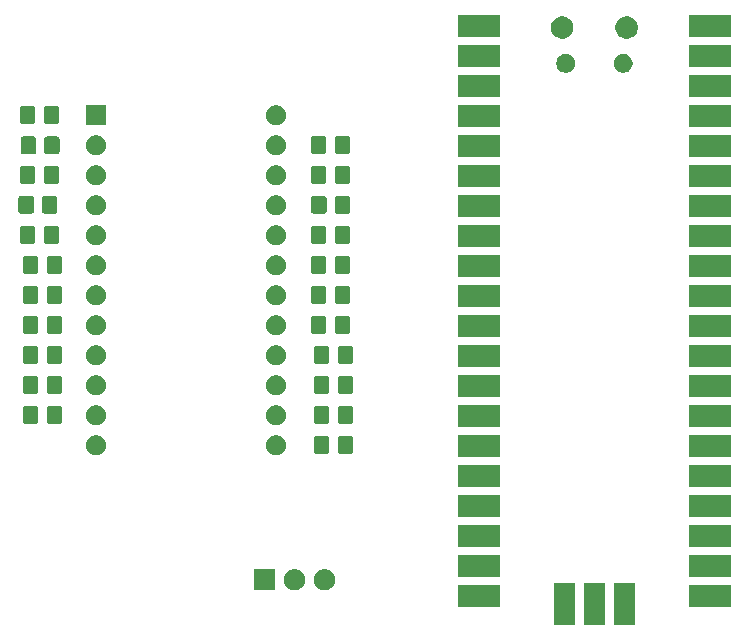
<source format=gbr>
G04 #@! TF.GenerationSoftware,KiCad,Pcbnew,5.1.5+dfsg1-2build2*
G04 #@! TF.CreationDate,2023-01-08T20:57:23+00:00*
G04 #@! TF.ProjectId,rom-reader,726f6d2d-7265-4616-9465-722e6b696361,rev?*
G04 #@! TF.SameCoordinates,Original*
G04 #@! TF.FileFunction,Soldermask,Top*
G04 #@! TF.FilePolarity,Negative*
%FSLAX46Y46*%
G04 Gerber Fmt 4.6, Leading zero omitted, Abs format (unit mm)*
G04 Created by KiCad (PCBNEW 5.1.5+dfsg1-2build2) date 2023-01-08 20:57:23*
%MOMM*%
%LPD*%
G04 APERTURE LIST*
%ADD10C,0.100000*%
G04 APERTURE END LIST*
D10*
G36*
X55511000Y-38386600D02*
G01*
X53709000Y-38386600D01*
X53709000Y-34784600D01*
X55511000Y-34784600D01*
X55511000Y-38386600D01*
G37*
G36*
X58051000Y-38386600D02*
G01*
X56249000Y-38386600D01*
X56249000Y-34784600D01*
X58051000Y-34784600D01*
X58051000Y-38386600D01*
G37*
G36*
X60591000Y-38386600D02*
G01*
X58789000Y-38386600D01*
X58789000Y-34784600D01*
X60591000Y-34784600D01*
X60591000Y-38386600D01*
G37*
G36*
X49161000Y-36816600D02*
G01*
X45559000Y-36816600D01*
X45559000Y-35014600D01*
X49161000Y-35014600D01*
X49161000Y-36816600D01*
G37*
G36*
X68741000Y-36816600D02*
G01*
X65139000Y-36816600D01*
X65139000Y-35014600D01*
X68741000Y-35014600D01*
X68741000Y-36816600D01*
G37*
G36*
X30111000Y-35445000D02*
G01*
X28309000Y-35445000D01*
X28309000Y-33643000D01*
X30111000Y-33643000D01*
X30111000Y-35445000D01*
G37*
G36*
X31863512Y-33647927D02*
G01*
X32012812Y-33677624D01*
X32176784Y-33745544D01*
X32324354Y-33844147D01*
X32449853Y-33969646D01*
X32548456Y-34117216D01*
X32616376Y-34281188D01*
X32651000Y-34455259D01*
X32651000Y-34632741D01*
X32616376Y-34806812D01*
X32548456Y-34970784D01*
X32449853Y-35118354D01*
X32324354Y-35243853D01*
X32176784Y-35342456D01*
X32012812Y-35410376D01*
X31863512Y-35440073D01*
X31838742Y-35445000D01*
X31661258Y-35445000D01*
X31636488Y-35440073D01*
X31487188Y-35410376D01*
X31323216Y-35342456D01*
X31175646Y-35243853D01*
X31050147Y-35118354D01*
X30951544Y-34970784D01*
X30883624Y-34806812D01*
X30849000Y-34632741D01*
X30849000Y-34455259D01*
X30883624Y-34281188D01*
X30951544Y-34117216D01*
X31050147Y-33969646D01*
X31175646Y-33844147D01*
X31323216Y-33745544D01*
X31487188Y-33677624D01*
X31636488Y-33647927D01*
X31661258Y-33643000D01*
X31838742Y-33643000D01*
X31863512Y-33647927D01*
G37*
G36*
X34403512Y-33647927D02*
G01*
X34552812Y-33677624D01*
X34716784Y-33745544D01*
X34864354Y-33844147D01*
X34989853Y-33969646D01*
X35088456Y-34117216D01*
X35156376Y-34281188D01*
X35191000Y-34455259D01*
X35191000Y-34632741D01*
X35156376Y-34806812D01*
X35088456Y-34970784D01*
X34989853Y-35118354D01*
X34864354Y-35243853D01*
X34716784Y-35342456D01*
X34552812Y-35410376D01*
X34403512Y-35440073D01*
X34378742Y-35445000D01*
X34201258Y-35445000D01*
X34176488Y-35440073D01*
X34027188Y-35410376D01*
X33863216Y-35342456D01*
X33715646Y-35243853D01*
X33590147Y-35118354D01*
X33491544Y-34970784D01*
X33423624Y-34806812D01*
X33389000Y-34632741D01*
X33389000Y-34455259D01*
X33423624Y-34281188D01*
X33491544Y-34117216D01*
X33590147Y-33969646D01*
X33715646Y-33844147D01*
X33863216Y-33745544D01*
X34027188Y-33677624D01*
X34176488Y-33647927D01*
X34201258Y-33643000D01*
X34378742Y-33643000D01*
X34403512Y-33647927D01*
G37*
G36*
X49161000Y-34276600D02*
G01*
X45559000Y-34276600D01*
X45559000Y-32474600D01*
X49161000Y-32474600D01*
X49161000Y-34276600D01*
G37*
G36*
X68741000Y-34276600D02*
G01*
X65139000Y-34276600D01*
X65139000Y-32474600D01*
X68741000Y-32474600D01*
X68741000Y-34276600D01*
G37*
G36*
X49161000Y-31736600D02*
G01*
X45559000Y-31736600D01*
X45559000Y-29934600D01*
X49161000Y-29934600D01*
X49161000Y-31736600D01*
G37*
G36*
X68741000Y-31736600D02*
G01*
X65139000Y-31736600D01*
X65139000Y-29934600D01*
X68741000Y-29934600D01*
X68741000Y-31736600D01*
G37*
G36*
X49161000Y-29196600D02*
G01*
X45559000Y-29196600D01*
X45559000Y-27394600D01*
X49161000Y-27394600D01*
X49161000Y-29196600D01*
G37*
G36*
X68741000Y-29196600D02*
G01*
X65139000Y-29196600D01*
X65139000Y-27394600D01*
X68741000Y-27394600D01*
X68741000Y-29196600D01*
G37*
G36*
X68741000Y-26656600D02*
G01*
X65139000Y-26656600D01*
X65139000Y-24854600D01*
X68741000Y-24854600D01*
X68741000Y-26656600D01*
G37*
G36*
X49161000Y-26656600D02*
G01*
X45559000Y-26656600D01*
X45559000Y-24854600D01*
X49161000Y-24854600D01*
X49161000Y-26656600D01*
G37*
G36*
X68741000Y-24116600D02*
G01*
X65139000Y-24116600D01*
X65139000Y-22314600D01*
X68741000Y-22314600D01*
X68741000Y-24116600D01*
G37*
G36*
X49161000Y-24116600D02*
G01*
X45559000Y-24116600D01*
X45559000Y-22314600D01*
X49161000Y-22314600D01*
X49161000Y-24116600D01*
G37*
G36*
X15191629Y-22346704D02*
G01*
X15346501Y-22410854D01*
X15485882Y-22503986D01*
X15604416Y-22622520D01*
X15697548Y-22761901D01*
X15761698Y-22916773D01*
X15794401Y-23081185D01*
X15794401Y-23248817D01*
X15761698Y-23413229D01*
X15697548Y-23568101D01*
X15604416Y-23707482D01*
X15485882Y-23826016D01*
X15346501Y-23919148D01*
X15191629Y-23983298D01*
X15027217Y-24016001D01*
X14859585Y-24016001D01*
X14695173Y-23983298D01*
X14540301Y-23919148D01*
X14400920Y-23826016D01*
X14282386Y-23707482D01*
X14189254Y-23568101D01*
X14125104Y-23413229D01*
X14092401Y-23248817D01*
X14092401Y-23081185D01*
X14125104Y-22916773D01*
X14189254Y-22761901D01*
X14282386Y-22622520D01*
X14400920Y-22503986D01*
X14540301Y-22410854D01*
X14695173Y-22346704D01*
X14859585Y-22314001D01*
X15027217Y-22314001D01*
X15191629Y-22346704D01*
G37*
G36*
X30431629Y-22346704D02*
G01*
X30586501Y-22410854D01*
X30725882Y-22503986D01*
X30844416Y-22622520D01*
X30937548Y-22761901D01*
X31001698Y-22916773D01*
X31034401Y-23081185D01*
X31034401Y-23248817D01*
X31001698Y-23413229D01*
X30937548Y-23568101D01*
X30844416Y-23707482D01*
X30725882Y-23826016D01*
X30586501Y-23919148D01*
X30431629Y-23983298D01*
X30267217Y-24016001D01*
X30099585Y-24016001D01*
X29935173Y-23983298D01*
X29780301Y-23919148D01*
X29640920Y-23826016D01*
X29522386Y-23707482D01*
X29429254Y-23568101D01*
X29365104Y-23413229D01*
X29332401Y-23248817D01*
X29332401Y-23081185D01*
X29365104Y-22916773D01*
X29429254Y-22761901D01*
X29522386Y-22622520D01*
X29640920Y-22503986D01*
X29780301Y-22410854D01*
X29935173Y-22346704D01*
X30099585Y-22314001D01*
X30267217Y-22314001D01*
X30431629Y-22346704D01*
G37*
G36*
X34543242Y-22367404D02*
G01*
X34580337Y-22378657D01*
X34614515Y-22396925D01*
X34644481Y-22421519D01*
X34669075Y-22451485D01*
X34687343Y-22485663D01*
X34698596Y-22522758D01*
X34703000Y-22567474D01*
X34703000Y-23660526D01*
X34698596Y-23705242D01*
X34687343Y-23742337D01*
X34669075Y-23776515D01*
X34644481Y-23806481D01*
X34614515Y-23831075D01*
X34580337Y-23849343D01*
X34543242Y-23860596D01*
X34498526Y-23865000D01*
X33605474Y-23865000D01*
X33560758Y-23860596D01*
X33523663Y-23849343D01*
X33489485Y-23831075D01*
X33459519Y-23806481D01*
X33434925Y-23776515D01*
X33416657Y-23742337D01*
X33405404Y-23705242D01*
X33401000Y-23660526D01*
X33401000Y-22567474D01*
X33405404Y-22522758D01*
X33416657Y-22485663D01*
X33434925Y-22451485D01*
X33459519Y-22421519D01*
X33489485Y-22396925D01*
X33523663Y-22378657D01*
X33560758Y-22367404D01*
X33605474Y-22363000D01*
X34498526Y-22363000D01*
X34543242Y-22367404D01*
G37*
G36*
X36543242Y-22367404D02*
G01*
X36580337Y-22378657D01*
X36614515Y-22396925D01*
X36644481Y-22421519D01*
X36669075Y-22451485D01*
X36687343Y-22485663D01*
X36698596Y-22522758D01*
X36703000Y-22567474D01*
X36703000Y-23660526D01*
X36698596Y-23705242D01*
X36687343Y-23742337D01*
X36669075Y-23776515D01*
X36644481Y-23806481D01*
X36614515Y-23831075D01*
X36580337Y-23849343D01*
X36543242Y-23860596D01*
X36498526Y-23865000D01*
X35605474Y-23865000D01*
X35560758Y-23860596D01*
X35523663Y-23849343D01*
X35489485Y-23831075D01*
X35459519Y-23806481D01*
X35434925Y-23776515D01*
X35416657Y-23742337D01*
X35405404Y-23705242D01*
X35401000Y-23660526D01*
X35401000Y-22567474D01*
X35405404Y-22522758D01*
X35416657Y-22485663D01*
X35434925Y-22451485D01*
X35459519Y-22421519D01*
X35489485Y-22396925D01*
X35523663Y-22378657D01*
X35560758Y-22367404D01*
X35605474Y-22363000D01*
X36498526Y-22363000D01*
X36543242Y-22367404D01*
G37*
G36*
X49161000Y-21576600D02*
G01*
X45559000Y-21576600D01*
X45559000Y-19774600D01*
X49161000Y-19774600D01*
X49161000Y-21576600D01*
G37*
G36*
X68741000Y-21576600D02*
G01*
X65139000Y-21576600D01*
X65139000Y-19774600D01*
X68741000Y-19774600D01*
X68741000Y-21576600D01*
G37*
G36*
X15191629Y-19806704D02*
G01*
X15346501Y-19870854D01*
X15485882Y-19963986D01*
X15604416Y-20082520D01*
X15697548Y-20221901D01*
X15761698Y-20376773D01*
X15794401Y-20541185D01*
X15794401Y-20708817D01*
X15761698Y-20873229D01*
X15697548Y-21028101D01*
X15604416Y-21167482D01*
X15485882Y-21286016D01*
X15346501Y-21379148D01*
X15191629Y-21443298D01*
X15027217Y-21476001D01*
X14859585Y-21476001D01*
X14695173Y-21443298D01*
X14540301Y-21379148D01*
X14400920Y-21286016D01*
X14282386Y-21167482D01*
X14189254Y-21028101D01*
X14125104Y-20873229D01*
X14092401Y-20708817D01*
X14092401Y-20541185D01*
X14125104Y-20376773D01*
X14189254Y-20221901D01*
X14282386Y-20082520D01*
X14400920Y-19963986D01*
X14540301Y-19870854D01*
X14695173Y-19806704D01*
X14859585Y-19774001D01*
X15027217Y-19774001D01*
X15191629Y-19806704D01*
G37*
G36*
X30431629Y-19806704D02*
G01*
X30586501Y-19870854D01*
X30725882Y-19963986D01*
X30844416Y-20082520D01*
X30937548Y-20221901D01*
X31001698Y-20376773D01*
X31034401Y-20541185D01*
X31034401Y-20708817D01*
X31001698Y-20873229D01*
X30937548Y-21028101D01*
X30844416Y-21167482D01*
X30725882Y-21286016D01*
X30586501Y-21379148D01*
X30431629Y-21443298D01*
X30267217Y-21476001D01*
X30099585Y-21476001D01*
X29935173Y-21443298D01*
X29780301Y-21379148D01*
X29640920Y-21286016D01*
X29522386Y-21167482D01*
X29429254Y-21028101D01*
X29365104Y-20873229D01*
X29332401Y-20708817D01*
X29332401Y-20541185D01*
X29365104Y-20376773D01*
X29429254Y-20221901D01*
X29522386Y-20082520D01*
X29640920Y-19963986D01*
X29780301Y-19870854D01*
X29935173Y-19806704D01*
X30099585Y-19774001D01*
X30267217Y-19774001D01*
X30431629Y-19806704D01*
G37*
G36*
X34543242Y-19827404D02*
G01*
X34580337Y-19838657D01*
X34614515Y-19856925D01*
X34644481Y-19881519D01*
X34669075Y-19911485D01*
X34687343Y-19945663D01*
X34698596Y-19982758D01*
X34703000Y-20027474D01*
X34703000Y-21120526D01*
X34698596Y-21165242D01*
X34687343Y-21202337D01*
X34669075Y-21236515D01*
X34644481Y-21266481D01*
X34614515Y-21291075D01*
X34580337Y-21309343D01*
X34543242Y-21320596D01*
X34498526Y-21325000D01*
X33605474Y-21325000D01*
X33560758Y-21320596D01*
X33523663Y-21309343D01*
X33489485Y-21291075D01*
X33459519Y-21266481D01*
X33434925Y-21236515D01*
X33416657Y-21202337D01*
X33405404Y-21165242D01*
X33401000Y-21120526D01*
X33401000Y-20027474D01*
X33405404Y-19982758D01*
X33416657Y-19945663D01*
X33434925Y-19911485D01*
X33459519Y-19881519D01*
X33489485Y-19856925D01*
X33523663Y-19838657D01*
X33560758Y-19827404D01*
X33605474Y-19823000D01*
X34498526Y-19823000D01*
X34543242Y-19827404D01*
G37*
G36*
X9905242Y-19827404D02*
G01*
X9942337Y-19838657D01*
X9976515Y-19856925D01*
X10006481Y-19881519D01*
X10031075Y-19911485D01*
X10049343Y-19945663D01*
X10060596Y-19982758D01*
X10065000Y-20027474D01*
X10065000Y-21120526D01*
X10060596Y-21165242D01*
X10049343Y-21202337D01*
X10031075Y-21236515D01*
X10006481Y-21266481D01*
X9976515Y-21291075D01*
X9942337Y-21309343D01*
X9905242Y-21320596D01*
X9860526Y-21325000D01*
X8967474Y-21325000D01*
X8922758Y-21320596D01*
X8885663Y-21309343D01*
X8851485Y-21291075D01*
X8821519Y-21266481D01*
X8796925Y-21236515D01*
X8778657Y-21202337D01*
X8767404Y-21165242D01*
X8763000Y-21120526D01*
X8763000Y-20027474D01*
X8767404Y-19982758D01*
X8778657Y-19945663D01*
X8796925Y-19911485D01*
X8821519Y-19881519D01*
X8851485Y-19856925D01*
X8885663Y-19838657D01*
X8922758Y-19827404D01*
X8967474Y-19823000D01*
X9860526Y-19823000D01*
X9905242Y-19827404D01*
G37*
G36*
X36543242Y-19827404D02*
G01*
X36580337Y-19838657D01*
X36614515Y-19856925D01*
X36644481Y-19881519D01*
X36669075Y-19911485D01*
X36687343Y-19945663D01*
X36698596Y-19982758D01*
X36703000Y-20027474D01*
X36703000Y-21120526D01*
X36698596Y-21165242D01*
X36687343Y-21202337D01*
X36669075Y-21236515D01*
X36644481Y-21266481D01*
X36614515Y-21291075D01*
X36580337Y-21309343D01*
X36543242Y-21320596D01*
X36498526Y-21325000D01*
X35605474Y-21325000D01*
X35560758Y-21320596D01*
X35523663Y-21309343D01*
X35489485Y-21291075D01*
X35459519Y-21266481D01*
X35434925Y-21236515D01*
X35416657Y-21202337D01*
X35405404Y-21165242D01*
X35401000Y-21120526D01*
X35401000Y-20027474D01*
X35405404Y-19982758D01*
X35416657Y-19945663D01*
X35434925Y-19911485D01*
X35459519Y-19881519D01*
X35489485Y-19856925D01*
X35523663Y-19838657D01*
X35560758Y-19827404D01*
X35605474Y-19823000D01*
X36498526Y-19823000D01*
X36543242Y-19827404D01*
G37*
G36*
X11905242Y-19827404D02*
G01*
X11942337Y-19838657D01*
X11976515Y-19856925D01*
X12006481Y-19881519D01*
X12031075Y-19911485D01*
X12049343Y-19945663D01*
X12060596Y-19982758D01*
X12065000Y-20027474D01*
X12065000Y-21120526D01*
X12060596Y-21165242D01*
X12049343Y-21202337D01*
X12031075Y-21236515D01*
X12006481Y-21266481D01*
X11976515Y-21291075D01*
X11942337Y-21309343D01*
X11905242Y-21320596D01*
X11860526Y-21325000D01*
X10967474Y-21325000D01*
X10922758Y-21320596D01*
X10885663Y-21309343D01*
X10851485Y-21291075D01*
X10821519Y-21266481D01*
X10796925Y-21236515D01*
X10778657Y-21202337D01*
X10767404Y-21165242D01*
X10763000Y-21120526D01*
X10763000Y-20027474D01*
X10767404Y-19982758D01*
X10778657Y-19945663D01*
X10796925Y-19911485D01*
X10821519Y-19881519D01*
X10851485Y-19856925D01*
X10885663Y-19838657D01*
X10922758Y-19827404D01*
X10967474Y-19823000D01*
X11860526Y-19823000D01*
X11905242Y-19827404D01*
G37*
G36*
X68741000Y-19036600D02*
G01*
X65139000Y-19036600D01*
X65139000Y-17234600D01*
X68741000Y-17234600D01*
X68741000Y-19036600D01*
G37*
G36*
X49161000Y-19036600D02*
G01*
X45559000Y-19036600D01*
X45559000Y-17234600D01*
X49161000Y-17234600D01*
X49161000Y-19036600D01*
G37*
G36*
X30431629Y-17266704D02*
G01*
X30586501Y-17330854D01*
X30725882Y-17423986D01*
X30844416Y-17542520D01*
X30937548Y-17681901D01*
X31001698Y-17836773D01*
X31034401Y-18001185D01*
X31034401Y-18168817D01*
X31001698Y-18333229D01*
X30937548Y-18488101D01*
X30844416Y-18627482D01*
X30725882Y-18746016D01*
X30586501Y-18839148D01*
X30431629Y-18903298D01*
X30267217Y-18936001D01*
X30099585Y-18936001D01*
X29935173Y-18903298D01*
X29780301Y-18839148D01*
X29640920Y-18746016D01*
X29522386Y-18627482D01*
X29429254Y-18488101D01*
X29365104Y-18333229D01*
X29332401Y-18168817D01*
X29332401Y-18001185D01*
X29365104Y-17836773D01*
X29429254Y-17681901D01*
X29522386Y-17542520D01*
X29640920Y-17423986D01*
X29780301Y-17330854D01*
X29935173Y-17266704D01*
X30099585Y-17234001D01*
X30267217Y-17234001D01*
X30431629Y-17266704D01*
G37*
G36*
X15191629Y-17266704D02*
G01*
X15346501Y-17330854D01*
X15485882Y-17423986D01*
X15604416Y-17542520D01*
X15697548Y-17681901D01*
X15761698Y-17836773D01*
X15794401Y-18001185D01*
X15794401Y-18168817D01*
X15761698Y-18333229D01*
X15697548Y-18488101D01*
X15604416Y-18627482D01*
X15485882Y-18746016D01*
X15346501Y-18839148D01*
X15191629Y-18903298D01*
X15027217Y-18936001D01*
X14859585Y-18936001D01*
X14695173Y-18903298D01*
X14540301Y-18839148D01*
X14400920Y-18746016D01*
X14282386Y-18627482D01*
X14189254Y-18488101D01*
X14125104Y-18333229D01*
X14092401Y-18168817D01*
X14092401Y-18001185D01*
X14125104Y-17836773D01*
X14189254Y-17681901D01*
X14282386Y-17542520D01*
X14400920Y-17423986D01*
X14540301Y-17330854D01*
X14695173Y-17266704D01*
X14859585Y-17234001D01*
X15027217Y-17234001D01*
X15191629Y-17266704D01*
G37*
G36*
X36543242Y-17287404D02*
G01*
X36580337Y-17298657D01*
X36614515Y-17316925D01*
X36644481Y-17341519D01*
X36669075Y-17371485D01*
X36687343Y-17405663D01*
X36698596Y-17442758D01*
X36703000Y-17487474D01*
X36703000Y-18580526D01*
X36698596Y-18625242D01*
X36687343Y-18662337D01*
X36669075Y-18696515D01*
X36644481Y-18726481D01*
X36614515Y-18751075D01*
X36580337Y-18769343D01*
X36543242Y-18780596D01*
X36498526Y-18785000D01*
X35605474Y-18785000D01*
X35560758Y-18780596D01*
X35523663Y-18769343D01*
X35489485Y-18751075D01*
X35459519Y-18726481D01*
X35434925Y-18696515D01*
X35416657Y-18662337D01*
X35405404Y-18625242D01*
X35401000Y-18580526D01*
X35401000Y-17487474D01*
X35405404Y-17442758D01*
X35416657Y-17405663D01*
X35434925Y-17371485D01*
X35459519Y-17341519D01*
X35489485Y-17316925D01*
X35523663Y-17298657D01*
X35560758Y-17287404D01*
X35605474Y-17283000D01*
X36498526Y-17283000D01*
X36543242Y-17287404D01*
G37*
G36*
X34543242Y-17287404D02*
G01*
X34580337Y-17298657D01*
X34614515Y-17316925D01*
X34644481Y-17341519D01*
X34669075Y-17371485D01*
X34687343Y-17405663D01*
X34698596Y-17442758D01*
X34703000Y-17487474D01*
X34703000Y-18580526D01*
X34698596Y-18625242D01*
X34687343Y-18662337D01*
X34669075Y-18696515D01*
X34644481Y-18726481D01*
X34614515Y-18751075D01*
X34580337Y-18769343D01*
X34543242Y-18780596D01*
X34498526Y-18785000D01*
X33605474Y-18785000D01*
X33560758Y-18780596D01*
X33523663Y-18769343D01*
X33489485Y-18751075D01*
X33459519Y-18726481D01*
X33434925Y-18696515D01*
X33416657Y-18662337D01*
X33405404Y-18625242D01*
X33401000Y-18580526D01*
X33401000Y-17487474D01*
X33405404Y-17442758D01*
X33416657Y-17405663D01*
X33434925Y-17371485D01*
X33459519Y-17341519D01*
X33489485Y-17316925D01*
X33523663Y-17298657D01*
X33560758Y-17287404D01*
X33605474Y-17283000D01*
X34498526Y-17283000D01*
X34543242Y-17287404D01*
G37*
G36*
X11905242Y-17287404D02*
G01*
X11942337Y-17298657D01*
X11976515Y-17316925D01*
X12006481Y-17341519D01*
X12031075Y-17371485D01*
X12049343Y-17405663D01*
X12060596Y-17442758D01*
X12065000Y-17487474D01*
X12065000Y-18580526D01*
X12060596Y-18625242D01*
X12049343Y-18662337D01*
X12031075Y-18696515D01*
X12006481Y-18726481D01*
X11976515Y-18751075D01*
X11942337Y-18769343D01*
X11905242Y-18780596D01*
X11860526Y-18785000D01*
X10967474Y-18785000D01*
X10922758Y-18780596D01*
X10885663Y-18769343D01*
X10851485Y-18751075D01*
X10821519Y-18726481D01*
X10796925Y-18696515D01*
X10778657Y-18662337D01*
X10767404Y-18625242D01*
X10763000Y-18580526D01*
X10763000Y-17487474D01*
X10767404Y-17442758D01*
X10778657Y-17405663D01*
X10796925Y-17371485D01*
X10821519Y-17341519D01*
X10851485Y-17316925D01*
X10885663Y-17298657D01*
X10922758Y-17287404D01*
X10967474Y-17283000D01*
X11860526Y-17283000D01*
X11905242Y-17287404D01*
G37*
G36*
X9905242Y-17287404D02*
G01*
X9942337Y-17298657D01*
X9976515Y-17316925D01*
X10006481Y-17341519D01*
X10031075Y-17371485D01*
X10049343Y-17405663D01*
X10060596Y-17442758D01*
X10065000Y-17487474D01*
X10065000Y-18580526D01*
X10060596Y-18625242D01*
X10049343Y-18662337D01*
X10031075Y-18696515D01*
X10006481Y-18726481D01*
X9976515Y-18751075D01*
X9942337Y-18769343D01*
X9905242Y-18780596D01*
X9860526Y-18785000D01*
X8967474Y-18785000D01*
X8922758Y-18780596D01*
X8885663Y-18769343D01*
X8851485Y-18751075D01*
X8821519Y-18726481D01*
X8796925Y-18696515D01*
X8778657Y-18662337D01*
X8767404Y-18625242D01*
X8763000Y-18580526D01*
X8763000Y-17487474D01*
X8767404Y-17442758D01*
X8778657Y-17405663D01*
X8796925Y-17371485D01*
X8821519Y-17341519D01*
X8851485Y-17316925D01*
X8885663Y-17298657D01*
X8922758Y-17287404D01*
X8967474Y-17283000D01*
X9860526Y-17283000D01*
X9905242Y-17287404D01*
G37*
G36*
X68741000Y-16496600D02*
G01*
X65139000Y-16496600D01*
X65139000Y-14694600D01*
X68741000Y-14694600D01*
X68741000Y-16496600D01*
G37*
G36*
X49161000Y-16496600D02*
G01*
X45559000Y-16496600D01*
X45559000Y-14694600D01*
X49161000Y-14694600D01*
X49161000Y-16496600D01*
G37*
G36*
X15191629Y-14726704D02*
G01*
X15346501Y-14790854D01*
X15485882Y-14883986D01*
X15604416Y-15002520D01*
X15697548Y-15141901D01*
X15761698Y-15296773D01*
X15794401Y-15461185D01*
X15794401Y-15628817D01*
X15761698Y-15793229D01*
X15697548Y-15948101D01*
X15604416Y-16087482D01*
X15485882Y-16206016D01*
X15346501Y-16299148D01*
X15191629Y-16363298D01*
X15027217Y-16396001D01*
X14859585Y-16396001D01*
X14695173Y-16363298D01*
X14540301Y-16299148D01*
X14400920Y-16206016D01*
X14282386Y-16087482D01*
X14189254Y-15948101D01*
X14125104Y-15793229D01*
X14092401Y-15628817D01*
X14092401Y-15461185D01*
X14125104Y-15296773D01*
X14189254Y-15141901D01*
X14282386Y-15002520D01*
X14400920Y-14883986D01*
X14540301Y-14790854D01*
X14695173Y-14726704D01*
X14859585Y-14694001D01*
X15027217Y-14694001D01*
X15191629Y-14726704D01*
G37*
G36*
X30431629Y-14726704D02*
G01*
X30586501Y-14790854D01*
X30725882Y-14883986D01*
X30844416Y-15002520D01*
X30937548Y-15141901D01*
X31001698Y-15296773D01*
X31034401Y-15461185D01*
X31034401Y-15628817D01*
X31001698Y-15793229D01*
X30937548Y-15948101D01*
X30844416Y-16087482D01*
X30725882Y-16206016D01*
X30586501Y-16299148D01*
X30431629Y-16363298D01*
X30267217Y-16396001D01*
X30099585Y-16396001D01*
X29935173Y-16363298D01*
X29780301Y-16299148D01*
X29640920Y-16206016D01*
X29522386Y-16087482D01*
X29429254Y-15948101D01*
X29365104Y-15793229D01*
X29332401Y-15628817D01*
X29332401Y-15461185D01*
X29365104Y-15296773D01*
X29429254Y-15141901D01*
X29522386Y-15002520D01*
X29640920Y-14883986D01*
X29780301Y-14790854D01*
X29935173Y-14726704D01*
X30099585Y-14694001D01*
X30267217Y-14694001D01*
X30431629Y-14726704D01*
G37*
G36*
X34543242Y-14747404D02*
G01*
X34580337Y-14758657D01*
X34614515Y-14776925D01*
X34644481Y-14801519D01*
X34669075Y-14831485D01*
X34687343Y-14865663D01*
X34698596Y-14902758D01*
X34703000Y-14947474D01*
X34703000Y-16040526D01*
X34698596Y-16085242D01*
X34687343Y-16122337D01*
X34669075Y-16156515D01*
X34644481Y-16186481D01*
X34614515Y-16211075D01*
X34580337Y-16229343D01*
X34543242Y-16240596D01*
X34498526Y-16245000D01*
X33605474Y-16245000D01*
X33560758Y-16240596D01*
X33523663Y-16229343D01*
X33489485Y-16211075D01*
X33459519Y-16186481D01*
X33434925Y-16156515D01*
X33416657Y-16122337D01*
X33405404Y-16085242D01*
X33401000Y-16040526D01*
X33401000Y-14947474D01*
X33405404Y-14902758D01*
X33416657Y-14865663D01*
X33434925Y-14831485D01*
X33459519Y-14801519D01*
X33489485Y-14776925D01*
X33523663Y-14758657D01*
X33560758Y-14747404D01*
X33605474Y-14743000D01*
X34498526Y-14743000D01*
X34543242Y-14747404D01*
G37*
G36*
X11905242Y-14747404D02*
G01*
X11942337Y-14758657D01*
X11976515Y-14776925D01*
X12006481Y-14801519D01*
X12031075Y-14831485D01*
X12049343Y-14865663D01*
X12060596Y-14902758D01*
X12065000Y-14947474D01*
X12065000Y-16040526D01*
X12060596Y-16085242D01*
X12049343Y-16122337D01*
X12031075Y-16156515D01*
X12006481Y-16186481D01*
X11976515Y-16211075D01*
X11942337Y-16229343D01*
X11905242Y-16240596D01*
X11860526Y-16245000D01*
X10967474Y-16245000D01*
X10922758Y-16240596D01*
X10885663Y-16229343D01*
X10851485Y-16211075D01*
X10821519Y-16186481D01*
X10796925Y-16156515D01*
X10778657Y-16122337D01*
X10767404Y-16085242D01*
X10763000Y-16040526D01*
X10763000Y-14947474D01*
X10767404Y-14902758D01*
X10778657Y-14865663D01*
X10796925Y-14831485D01*
X10821519Y-14801519D01*
X10851485Y-14776925D01*
X10885663Y-14758657D01*
X10922758Y-14747404D01*
X10967474Y-14743000D01*
X11860526Y-14743000D01*
X11905242Y-14747404D01*
G37*
G36*
X9905242Y-14747404D02*
G01*
X9942337Y-14758657D01*
X9976515Y-14776925D01*
X10006481Y-14801519D01*
X10031075Y-14831485D01*
X10049343Y-14865663D01*
X10060596Y-14902758D01*
X10065000Y-14947474D01*
X10065000Y-16040526D01*
X10060596Y-16085242D01*
X10049343Y-16122337D01*
X10031075Y-16156515D01*
X10006481Y-16186481D01*
X9976515Y-16211075D01*
X9942337Y-16229343D01*
X9905242Y-16240596D01*
X9860526Y-16245000D01*
X8967474Y-16245000D01*
X8922758Y-16240596D01*
X8885663Y-16229343D01*
X8851485Y-16211075D01*
X8821519Y-16186481D01*
X8796925Y-16156515D01*
X8778657Y-16122337D01*
X8767404Y-16085242D01*
X8763000Y-16040526D01*
X8763000Y-14947474D01*
X8767404Y-14902758D01*
X8778657Y-14865663D01*
X8796925Y-14831485D01*
X8821519Y-14801519D01*
X8851485Y-14776925D01*
X8885663Y-14758657D01*
X8922758Y-14747404D01*
X8967474Y-14743000D01*
X9860526Y-14743000D01*
X9905242Y-14747404D01*
G37*
G36*
X36543242Y-14747404D02*
G01*
X36580337Y-14758657D01*
X36614515Y-14776925D01*
X36644481Y-14801519D01*
X36669075Y-14831485D01*
X36687343Y-14865663D01*
X36698596Y-14902758D01*
X36703000Y-14947474D01*
X36703000Y-16040526D01*
X36698596Y-16085242D01*
X36687343Y-16122337D01*
X36669075Y-16156515D01*
X36644481Y-16186481D01*
X36614515Y-16211075D01*
X36580337Y-16229343D01*
X36543242Y-16240596D01*
X36498526Y-16245000D01*
X35605474Y-16245000D01*
X35560758Y-16240596D01*
X35523663Y-16229343D01*
X35489485Y-16211075D01*
X35459519Y-16186481D01*
X35434925Y-16156515D01*
X35416657Y-16122337D01*
X35405404Y-16085242D01*
X35401000Y-16040526D01*
X35401000Y-14947474D01*
X35405404Y-14902758D01*
X35416657Y-14865663D01*
X35434925Y-14831485D01*
X35459519Y-14801519D01*
X35489485Y-14776925D01*
X35523663Y-14758657D01*
X35560758Y-14747404D01*
X35605474Y-14743000D01*
X36498526Y-14743000D01*
X36543242Y-14747404D01*
G37*
G36*
X68741000Y-13956600D02*
G01*
X65139000Y-13956600D01*
X65139000Y-12154600D01*
X68741000Y-12154600D01*
X68741000Y-13956600D01*
G37*
G36*
X49161000Y-13956600D02*
G01*
X45559000Y-13956600D01*
X45559000Y-12154600D01*
X49161000Y-12154600D01*
X49161000Y-13956600D01*
G37*
G36*
X15191629Y-12186704D02*
G01*
X15346501Y-12250854D01*
X15485882Y-12343986D01*
X15604416Y-12462520D01*
X15697548Y-12601901D01*
X15761698Y-12756773D01*
X15794401Y-12921185D01*
X15794401Y-13088817D01*
X15761698Y-13253229D01*
X15697548Y-13408101D01*
X15604416Y-13547482D01*
X15485882Y-13666016D01*
X15346501Y-13759148D01*
X15191629Y-13823298D01*
X15027217Y-13856001D01*
X14859585Y-13856001D01*
X14695173Y-13823298D01*
X14540301Y-13759148D01*
X14400920Y-13666016D01*
X14282386Y-13547482D01*
X14189254Y-13408101D01*
X14125104Y-13253229D01*
X14092401Y-13088817D01*
X14092401Y-12921185D01*
X14125104Y-12756773D01*
X14189254Y-12601901D01*
X14282386Y-12462520D01*
X14400920Y-12343986D01*
X14540301Y-12250854D01*
X14695173Y-12186704D01*
X14859585Y-12154001D01*
X15027217Y-12154001D01*
X15191629Y-12186704D01*
G37*
G36*
X30431629Y-12186704D02*
G01*
X30586501Y-12250854D01*
X30725882Y-12343986D01*
X30844416Y-12462520D01*
X30937548Y-12601901D01*
X31001698Y-12756773D01*
X31034401Y-12921185D01*
X31034401Y-13088817D01*
X31001698Y-13253229D01*
X30937548Y-13408101D01*
X30844416Y-13547482D01*
X30725882Y-13666016D01*
X30586501Y-13759148D01*
X30431629Y-13823298D01*
X30267217Y-13856001D01*
X30099585Y-13856001D01*
X29935173Y-13823298D01*
X29780301Y-13759148D01*
X29640920Y-13666016D01*
X29522386Y-13547482D01*
X29429254Y-13408101D01*
X29365104Y-13253229D01*
X29332401Y-13088817D01*
X29332401Y-12921185D01*
X29365104Y-12756773D01*
X29429254Y-12601901D01*
X29522386Y-12462520D01*
X29640920Y-12343986D01*
X29780301Y-12250854D01*
X29935173Y-12186704D01*
X30099585Y-12154001D01*
X30267217Y-12154001D01*
X30431629Y-12186704D01*
G37*
G36*
X34289242Y-12207404D02*
G01*
X34326337Y-12218657D01*
X34360515Y-12236925D01*
X34390481Y-12261519D01*
X34415075Y-12291485D01*
X34433343Y-12325663D01*
X34444596Y-12362758D01*
X34449000Y-12407474D01*
X34449000Y-13500526D01*
X34444596Y-13545242D01*
X34433343Y-13582337D01*
X34415075Y-13616515D01*
X34390481Y-13646481D01*
X34360515Y-13671075D01*
X34326337Y-13689343D01*
X34289242Y-13700596D01*
X34244526Y-13705000D01*
X33351474Y-13705000D01*
X33306758Y-13700596D01*
X33269663Y-13689343D01*
X33235485Y-13671075D01*
X33205519Y-13646481D01*
X33180925Y-13616515D01*
X33162657Y-13582337D01*
X33151404Y-13545242D01*
X33147000Y-13500526D01*
X33147000Y-12407474D01*
X33151404Y-12362758D01*
X33162657Y-12325663D01*
X33180925Y-12291485D01*
X33205519Y-12261519D01*
X33235485Y-12236925D01*
X33269663Y-12218657D01*
X33306758Y-12207404D01*
X33351474Y-12203000D01*
X34244526Y-12203000D01*
X34289242Y-12207404D01*
G37*
G36*
X9905242Y-12207404D02*
G01*
X9942337Y-12218657D01*
X9976515Y-12236925D01*
X10006481Y-12261519D01*
X10031075Y-12291485D01*
X10049343Y-12325663D01*
X10060596Y-12362758D01*
X10065000Y-12407474D01*
X10065000Y-13500526D01*
X10060596Y-13545242D01*
X10049343Y-13582337D01*
X10031075Y-13616515D01*
X10006481Y-13646481D01*
X9976515Y-13671075D01*
X9942337Y-13689343D01*
X9905242Y-13700596D01*
X9860526Y-13705000D01*
X8967474Y-13705000D01*
X8922758Y-13700596D01*
X8885663Y-13689343D01*
X8851485Y-13671075D01*
X8821519Y-13646481D01*
X8796925Y-13616515D01*
X8778657Y-13582337D01*
X8767404Y-13545242D01*
X8763000Y-13500526D01*
X8763000Y-12407474D01*
X8767404Y-12362758D01*
X8778657Y-12325663D01*
X8796925Y-12291485D01*
X8821519Y-12261519D01*
X8851485Y-12236925D01*
X8885663Y-12218657D01*
X8922758Y-12207404D01*
X8967474Y-12203000D01*
X9860526Y-12203000D01*
X9905242Y-12207404D01*
G37*
G36*
X11905242Y-12207404D02*
G01*
X11942337Y-12218657D01*
X11976515Y-12236925D01*
X12006481Y-12261519D01*
X12031075Y-12291485D01*
X12049343Y-12325663D01*
X12060596Y-12362758D01*
X12065000Y-12407474D01*
X12065000Y-13500526D01*
X12060596Y-13545242D01*
X12049343Y-13582337D01*
X12031075Y-13616515D01*
X12006481Y-13646481D01*
X11976515Y-13671075D01*
X11942337Y-13689343D01*
X11905242Y-13700596D01*
X11860526Y-13705000D01*
X10967474Y-13705000D01*
X10922758Y-13700596D01*
X10885663Y-13689343D01*
X10851485Y-13671075D01*
X10821519Y-13646481D01*
X10796925Y-13616515D01*
X10778657Y-13582337D01*
X10767404Y-13545242D01*
X10763000Y-13500526D01*
X10763000Y-12407474D01*
X10767404Y-12362758D01*
X10778657Y-12325663D01*
X10796925Y-12291485D01*
X10821519Y-12261519D01*
X10851485Y-12236925D01*
X10885663Y-12218657D01*
X10922758Y-12207404D01*
X10967474Y-12203000D01*
X11860526Y-12203000D01*
X11905242Y-12207404D01*
G37*
G36*
X36289242Y-12207404D02*
G01*
X36326337Y-12218657D01*
X36360515Y-12236925D01*
X36390481Y-12261519D01*
X36415075Y-12291485D01*
X36433343Y-12325663D01*
X36444596Y-12362758D01*
X36449000Y-12407474D01*
X36449000Y-13500526D01*
X36444596Y-13545242D01*
X36433343Y-13582337D01*
X36415075Y-13616515D01*
X36390481Y-13646481D01*
X36360515Y-13671075D01*
X36326337Y-13689343D01*
X36289242Y-13700596D01*
X36244526Y-13705000D01*
X35351474Y-13705000D01*
X35306758Y-13700596D01*
X35269663Y-13689343D01*
X35235485Y-13671075D01*
X35205519Y-13646481D01*
X35180925Y-13616515D01*
X35162657Y-13582337D01*
X35151404Y-13545242D01*
X35147000Y-13500526D01*
X35147000Y-12407474D01*
X35151404Y-12362758D01*
X35162657Y-12325663D01*
X35180925Y-12291485D01*
X35205519Y-12261519D01*
X35235485Y-12236925D01*
X35269663Y-12218657D01*
X35306758Y-12207404D01*
X35351474Y-12203000D01*
X36244526Y-12203000D01*
X36289242Y-12207404D01*
G37*
G36*
X49161000Y-11416600D02*
G01*
X45559000Y-11416600D01*
X45559000Y-9614600D01*
X49161000Y-9614600D01*
X49161000Y-11416600D01*
G37*
G36*
X68741000Y-11416600D02*
G01*
X65139000Y-11416600D01*
X65139000Y-9614600D01*
X68741000Y-9614600D01*
X68741000Y-11416600D01*
G37*
G36*
X30431629Y-9646704D02*
G01*
X30586501Y-9710854D01*
X30725882Y-9803986D01*
X30844416Y-9922520D01*
X30937548Y-10061901D01*
X31001698Y-10216773D01*
X31034401Y-10381185D01*
X31034401Y-10548817D01*
X31001698Y-10713229D01*
X30937548Y-10868101D01*
X30844416Y-11007482D01*
X30725882Y-11126016D01*
X30586501Y-11219148D01*
X30431629Y-11283298D01*
X30267217Y-11316001D01*
X30099585Y-11316001D01*
X29935173Y-11283298D01*
X29780301Y-11219148D01*
X29640920Y-11126016D01*
X29522386Y-11007482D01*
X29429254Y-10868101D01*
X29365104Y-10713229D01*
X29332401Y-10548817D01*
X29332401Y-10381185D01*
X29365104Y-10216773D01*
X29429254Y-10061901D01*
X29522386Y-9922520D01*
X29640920Y-9803986D01*
X29780301Y-9710854D01*
X29935173Y-9646704D01*
X30099585Y-9614001D01*
X30267217Y-9614001D01*
X30431629Y-9646704D01*
G37*
G36*
X15191629Y-9646704D02*
G01*
X15346501Y-9710854D01*
X15485882Y-9803986D01*
X15604416Y-9922520D01*
X15697548Y-10061901D01*
X15761698Y-10216773D01*
X15794401Y-10381185D01*
X15794401Y-10548817D01*
X15761698Y-10713229D01*
X15697548Y-10868101D01*
X15604416Y-11007482D01*
X15485882Y-11126016D01*
X15346501Y-11219148D01*
X15191629Y-11283298D01*
X15027217Y-11316001D01*
X14859585Y-11316001D01*
X14695173Y-11283298D01*
X14540301Y-11219148D01*
X14400920Y-11126016D01*
X14282386Y-11007482D01*
X14189254Y-10868101D01*
X14125104Y-10713229D01*
X14092401Y-10548817D01*
X14092401Y-10381185D01*
X14125104Y-10216773D01*
X14189254Y-10061901D01*
X14282386Y-9922520D01*
X14400920Y-9803986D01*
X14540301Y-9710854D01*
X14695173Y-9646704D01*
X14859585Y-9614001D01*
X15027217Y-9614001D01*
X15191629Y-9646704D01*
G37*
G36*
X11905242Y-9667404D02*
G01*
X11942337Y-9678657D01*
X11976515Y-9696925D01*
X12006481Y-9721519D01*
X12031075Y-9751485D01*
X12049343Y-9785663D01*
X12060596Y-9822758D01*
X12065000Y-9867474D01*
X12065000Y-10960526D01*
X12060596Y-11005242D01*
X12049343Y-11042337D01*
X12031075Y-11076515D01*
X12006481Y-11106481D01*
X11976515Y-11131075D01*
X11942337Y-11149343D01*
X11905242Y-11160596D01*
X11860526Y-11165000D01*
X10967474Y-11165000D01*
X10922758Y-11160596D01*
X10885663Y-11149343D01*
X10851485Y-11131075D01*
X10821519Y-11106481D01*
X10796925Y-11076515D01*
X10778657Y-11042337D01*
X10767404Y-11005242D01*
X10763000Y-10960526D01*
X10763000Y-9867474D01*
X10767404Y-9822758D01*
X10778657Y-9785663D01*
X10796925Y-9751485D01*
X10821519Y-9721519D01*
X10851485Y-9696925D01*
X10885663Y-9678657D01*
X10922758Y-9667404D01*
X10967474Y-9663000D01*
X11860526Y-9663000D01*
X11905242Y-9667404D01*
G37*
G36*
X36289242Y-9667404D02*
G01*
X36326337Y-9678657D01*
X36360515Y-9696925D01*
X36390481Y-9721519D01*
X36415075Y-9751485D01*
X36433343Y-9785663D01*
X36444596Y-9822758D01*
X36449000Y-9867474D01*
X36449000Y-10960526D01*
X36444596Y-11005242D01*
X36433343Y-11042337D01*
X36415075Y-11076515D01*
X36390481Y-11106481D01*
X36360515Y-11131075D01*
X36326337Y-11149343D01*
X36289242Y-11160596D01*
X36244526Y-11165000D01*
X35351474Y-11165000D01*
X35306758Y-11160596D01*
X35269663Y-11149343D01*
X35235485Y-11131075D01*
X35205519Y-11106481D01*
X35180925Y-11076515D01*
X35162657Y-11042337D01*
X35151404Y-11005242D01*
X35147000Y-10960526D01*
X35147000Y-9867474D01*
X35151404Y-9822758D01*
X35162657Y-9785663D01*
X35180925Y-9751485D01*
X35205519Y-9721519D01*
X35235485Y-9696925D01*
X35269663Y-9678657D01*
X35306758Y-9667404D01*
X35351474Y-9663000D01*
X36244526Y-9663000D01*
X36289242Y-9667404D01*
G37*
G36*
X34289242Y-9667404D02*
G01*
X34326337Y-9678657D01*
X34360515Y-9696925D01*
X34390481Y-9721519D01*
X34415075Y-9751485D01*
X34433343Y-9785663D01*
X34444596Y-9822758D01*
X34449000Y-9867474D01*
X34449000Y-10960526D01*
X34444596Y-11005242D01*
X34433343Y-11042337D01*
X34415075Y-11076515D01*
X34390481Y-11106481D01*
X34360515Y-11131075D01*
X34326337Y-11149343D01*
X34289242Y-11160596D01*
X34244526Y-11165000D01*
X33351474Y-11165000D01*
X33306758Y-11160596D01*
X33269663Y-11149343D01*
X33235485Y-11131075D01*
X33205519Y-11106481D01*
X33180925Y-11076515D01*
X33162657Y-11042337D01*
X33151404Y-11005242D01*
X33147000Y-10960526D01*
X33147000Y-9867474D01*
X33151404Y-9822758D01*
X33162657Y-9785663D01*
X33180925Y-9751485D01*
X33205519Y-9721519D01*
X33235485Y-9696925D01*
X33269663Y-9678657D01*
X33306758Y-9667404D01*
X33351474Y-9663000D01*
X34244526Y-9663000D01*
X34289242Y-9667404D01*
G37*
G36*
X9905242Y-9667404D02*
G01*
X9942337Y-9678657D01*
X9976515Y-9696925D01*
X10006481Y-9721519D01*
X10031075Y-9751485D01*
X10049343Y-9785663D01*
X10060596Y-9822758D01*
X10065000Y-9867474D01*
X10065000Y-10960526D01*
X10060596Y-11005242D01*
X10049343Y-11042337D01*
X10031075Y-11076515D01*
X10006481Y-11106481D01*
X9976515Y-11131075D01*
X9942337Y-11149343D01*
X9905242Y-11160596D01*
X9860526Y-11165000D01*
X8967474Y-11165000D01*
X8922758Y-11160596D01*
X8885663Y-11149343D01*
X8851485Y-11131075D01*
X8821519Y-11106481D01*
X8796925Y-11076515D01*
X8778657Y-11042337D01*
X8767404Y-11005242D01*
X8763000Y-10960526D01*
X8763000Y-9867474D01*
X8767404Y-9822758D01*
X8778657Y-9785663D01*
X8796925Y-9751485D01*
X8821519Y-9721519D01*
X8851485Y-9696925D01*
X8885663Y-9678657D01*
X8922758Y-9667404D01*
X8967474Y-9663000D01*
X9860526Y-9663000D01*
X9905242Y-9667404D01*
G37*
G36*
X68741000Y-8876600D02*
G01*
X65139000Y-8876600D01*
X65139000Y-7074600D01*
X68741000Y-7074600D01*
X68741000Y-8876600D01*
G37*
G36*
X49161000Y-8876600D02*
G01*
X45559000Y-8876600D01*
X45559000Y-7074600D01*
X49161000Y-7074600D01*
X49161000Y-8876600D01*
G37*
G36*
X30431629Y-7106704D02*
G01*
X30586501Y-7170854D01*
X30725882Y-7263986D01*
X30844416Y-7382520D01*
X30937548Y-7521901D01*
X31001698Y-7676773D01*
X31034401Y-7841185D01*
X31034401Y-8008817D01*
X31001698Y-8173229D01*
X30937548Y-8328101D01*
X30844416Y-8467482D01*
X30725882Y-8586016D01*
X30586501Y-8679148D01*
X30431629Y-8743298D01*
X30267217Y-8776001D01*
X30099585Y-8776001D01*
X29935173Y-8743298D01*
X29780301Y-8679148D01*
X29640920Y-8586016D01*
X29522386Y-8467482D01*
X29429254Y-8328101D01*
X29365104Y-8173229D01*
X29332401Y-8008817D01*
X29332401Y-7841185D01*
X29365104Y-7676773D01*
X29429254Y-7521901D01*
X29522386Y-7382520D01*
X29640920Y-7263986D01*
X29780301Y-7170854D01*
X29935173Y-7106704D01*
X30099585Y-7074001D01*
X30267217Y-7074001D01*
X30431629Y-7106704D01*
G37*
G36*
X15191629Y-7106704D02*
G01*
X15346501Y-7170854D01*
X15485882Y-7263986D01*
X15604416Y-7382520D01*
X15697548Y-7521901D01*
X15761698Y-7676773D01*
X15794401Y-7841185D01*
X15794401Y-8008817D01*
X15761698Y-8173229D01*
X15697548Y-8328101D01*
X15604416Y-8467482D01*
X15485882Y-8586016D01*
X15346501Y-8679148D01*
X15191629Y-8743298D01*
X15027217Y-8776001D01*
X14859585Y-8776001D01*
X14695173Y-8743298D01*
X14540301Y-8679148D01*
X14400920Y-8586016D01*
X14282386Y-8467482D01*
X14189254Y-8328101D01*
X14125104Y-8173229D01*
X14092401Y-8008817D01*
X14092401Y-7841185D01*
X14125104Y-7676773D01*
X14189254Y-7521901D01*
X14282386Y-7382520D01*
X14400920Y-7263986D01*
X14540301Y-7170854D01*
X14695173Y-7106704D01*
X14859585Y-7074001D01*
X15027217Y-7074001D01*
X15191629Y-7106704D01*
G37*
G36*
X36289242Y-7127404D02*
G01*
X36326337Y-7138657D01*
X36360515Y-7156925D01*
X36390481Y-7181519D01*
X36415075Y-7211485D01*
X36433343Y-7245663D01*
X36444596Y-7282758D01*
X36449000Y-7327474D01*
X36449000Y-8420526D01*
X36444596Y-8465242D01*
X36433343Y-8502337D01*
X36415075Y-8536515D01*
X36390481Y-8566481D01*
X36360515Y-8591075D01*
X36326337Y-8609343D01*
X36289242Y-8620596D01*
X36244526Y-8625000D01*
X35351474Y-8625000D01*
X35306758Y-8620596D01*
X35269663Y-8609343D01*
X35235485Y-8591075D01*
X35205519Y-8566481D01*
X35180925Y-8536515D01*
X35162657Y-8502337D01*
X35151404Y-8465242D01*
X35147000Y-8420526D01*
X35147000Y-7327474D01*
X35151404Y-7282758D01*
X35162657Y-7245663D01*
X35180925Y-7211485D01*
X35205519Y-7181519D01*
X35235485Y-7156925D01*
X35269663Y-7138657D01*
X35306758Y-7127404D01*
X35351474Y-7123000D01*
X36244526Y-7123000D01*
X36289242Y-7127404D01*
G37*
G36*
X11905242Y-7127404D02*
G01*
X11942337Y-7138657D01*
X11976515Y-7156925D01*
X12006481Y-7181519D01*
X12031075Y-7211485D01*
X12049343Y-7245663D01*
X12060596Y-7282758D01*
X12065000Y-7327474D01*
X12065000Y-8420526D01*
X12060596Y-8465242D01*
X12049343Y-8502337D01*
X12031075Y-8536515D01*
X12006481Y-8566481D01*
X11976515Y-8591075D01*
X11942337Y-8609343D01*
X11905242Y-8620596D01*
X11860526Y-8625000D01*
X10967474Y-8625000D01*
X10922758Y-8620596D01*
X10885663Y-8609343D01*
X10851485Y-8591075D01*
X10821519Y-8566481D01*
X10796925Y-8536515D01*
X10778657Y-8502337D01*
X10767404Y-8465242D01*
X10763000Y-8420526D01*
X10763000Y-7327474D01*
X10767404Y-7282758D01*
X10778657Y-7245663D01*
X10796925Y-7211485D01*
X10821519Y-7181519D01*
X10851485Y-7156925D01*
X10885663Y-7138657D01*
X10922758Y-7127404D01*
X10967474Y-7123000D01*
X11860526Y-7123000D01*
X11905242Y-7127404D01*
G37*
G36*
X9905242Y-7127404D02*
G01*
X9942337Y-7138657D01*
X9976515Y-7156925D01*
X10006481Y-7181519D01*
X10031075Y-7211485D01*
X10049343Y-7245663D01*
X10060596Y-7282758D01*
X10065000Y-7327474D01*
X10065000Y-8420526D01*
X10060596Y-8465242D01*
X10049343Y-8502337D01*
X10031075Y-8536515D01*
X10006481Y-8566481D01*
X9976515Y-8591075D01*
X9942337Y-8609343D01*
X9905242Y-8620596D01*
X9860526Y-8625000D01*
X8967474Y-8625000D01*
X8922758Y-8620596D01*
X8885663Y-8609343D01*
X8851485Y-8591075D01*
X8821519Y-8566481D01*
X8796925Y-8536515D01*
X8778657Y-8502337D01*
X8767404Y-8465242D01*
X8763000Y-8420526D01*
X8763000Y-7327474D01*
X8767404Y-7282758D01*
X8778657Y-7245663D01*
X8796925Y-7211485D01*
X8821519Y-7181519D01*
X8851485Y-7156925D01*
X8885663Y-7138657D01*
X8922758Y-7127404D01*
X8967474Y-7123000D01*
X9860526Y-7123000D01*
X9905242Y-7127404D01*
G37*
G36*
X34289242Y-7127404D02*
G01*
X34326337Y-7138657D01*
X34360515Y-7156925D01*
X34390481Y-7181519D01*
X34415075Y-7211485D01*
X34433343Y-7245663D01*
X34444596Y-7282758D01*
X34449000Y-7327474D01*
X34449000Y-8420526D01*
X34444596Y-8465242D01*
X34433343Y-8502337D01*
X34415075Y-8536515D01*
X34390481Y-8566481D01*
X34360515Y-8591075D01*
X34326337Y-8609343D01*
X34289242Y-8620596D01*
X34244526Y-8625000D01*
X33351474Y-8625000D01*
X33306758Y-8620596D01*
X33269663Y-8609343D01*
X33235485Y-8591075D01*
X33205519Y-8566481D01*
X33180925Y-8536515D01*
X33162657Y-8502337D01*
X33151404Y-8465242D01*
X33147000Y-8420526D01*
X33147000Y-7327474D01*
X33151404Y-7282758D01*
X33162657Y-7245663D01*
X33180925Y-7211485D01*
X33205519Y-7181519D01*
X33235485Y-7156925D01*
X33269663Y-7138657D01*
X33306758Y-7127404D01*
X33351474Y-7123000D01*
X34244526Y-7123000D01*
X34289242Y-7127404D01*
G37*
G36*
X68741000Y-6336600D02*
G01*
X65139000Y-6336600D01*
X65139000Y-4534600D01*
X68741000Y-4534600D01*
X68741000Y-6336600D01*
G37*
G36*
X49161000Y-6336600D02*
G01*
X45559000Y-6336600D01*
X45559000Y-4534600D01*
X49161000Y-4534600D01*
X49161000Y-6336600D01*
G37*
G36*
X30431629Y-4566704D02*
G01*
X30586501Y-4630854D01*
X30725882Y-4723986D01*
X30844416Y-4842520D01*
X30937548Y-4981901D01*
X31001698Y-5136773D01*
X31034401Y-5301185D01*
X31034401Y-5468817D01*
X31001698Y-5633229D01*
X30937548Y-5788101D01*
X30844416Y-5927482D01*
X30725882Y-6046016D01*
X30586501Y-6139148D01*
X30431629Y-6203298D01*
X30267217Y-6236001D01*
X30099585Y-6236001D01*
X29935173Y-6203298D01*
X29780301Y-6139148D01*
X29640920Y-6046016D01*
X29522386Y-5927482D01*
X29429254Y-5788101D01*
X29365104Y-5633229D01*
X29332401Y-5468817D01*
X29332401Y-5301185D01*
X29365104Y-5136773D01*
X29429254Y-4981901D01*
X29522386Y-4842520D01*
X29640920Y-4723986D01*
X29780301Y-4630854D01*
X29935173Y-4566704D01*
X30099585Y-4534001D01*
X30267217Y-4534001D01*
X30431629Y-4566704D01*
G37*
G36*
X15191629Y-4566704D02*
G01*
X15346501Y-4630854D01*
X15485882Y-4723986D01*
X15604416Y-4842520D01*
X15697548Y-4981901D01*
X15761698Y-5136773D01*
X15794401Y-5301185D01*
X15794401Y-5468817D01*
X15761698Y-5633229D01*
X15697548Y-5788101D01*
X15604416Y-5927482D01*
X15485882Y-6046016D01*
X15346501Y-6139148D01*
X15191629Y-6203298D01*
X15027217Y-6236001D01*
X14859585Y-6236001D01*
X14695173Y-6203298D01*
X14540301Y-6139148D01*
X14400920Y-6046016D01*
X14282386Y-5927482D01*
X14189254Y-5788101D01*
X14125104Y-5633229D01*
X14092401Y-5468817D01*
X14092401Y-5301185D01*
X14125104Y-5136773D01*
X14189254Y-4981901D01*
X14282386Y-4842520D01*
X14400920Y-4723986D01*
X14540301Y-4630854D01*
X14695173Y-4566704D01*
X14859585Y-4534001D01*
X15027217Y-4534001D01*
X15191629Y-4566704D01*
G37*
G36*
X34289242Y-4587404D02*
G01*
X34326337Y-4598657D01*
X34360515Y-4616925D01*
X34390481Y-4641519D01*
X34415075Y-4671485D01*
X34433343Y-4705663D01*
X34444596Y-4742758D01*
X34449000Y-4787474D01*
X34449000Y-5880526D01*
X34444596Y-5925242D01*
X34433343Y-5962337D01*
X34415075Y-5996515D01*
X34390481Y-6026481D01*
X34360515Y-6051075D01*
X34326337Y-6069343D01*
X34289242Y-6080596D01*
X34244526Y-6085000D01*
X33351474Y-6085000D01*
X33306758Y-6080596D01*
X33269663Y-6069343D01*
X33235485Y-6051075D01*
X33205519Y-6026481D01*
X33180925Y-5996515D01*
X33162657Y-5962337D01*
X33151404Y-5925242D01*
X33147000Y-5880526D01*
X33147000Y-4787474D01*
X33151404Y-4742758D01*
X33162657Y-4705663D01*
X33180925Y-4671485D01*
X33205519Y-4641519D01*
X33235485Y-4616925D01*
X33269663Y-4598657D01*
X33306758Y-4587404D01*
X33351474Y-4583000D01*
X34244526Y-4583000D01*
X34289242Y-4587404D01*
G37*
G36*
X11651242Y-4587404D02*
G01*
X11688337Y-4598657D01*
X11722515Y-4616925D01*
X11752481Y-4641519D01*
X11777075Y-4671485D01*
X11795343Y-4705663D01*
X11806596Y-4742758D01*
X11811000Y-4787474D01*
X11811000Y-5880526D01*
X11806596Y-5925242D01*
X11795343Y-5962337D01*
X11777075Y-5996515D01*
X11752481Y-6026481D01*
X11722515Y-6051075D01*
X11688337Y-6069343D01*
X11651242Y-6080596D01*
X11606526Y-6085000D01*
X10713474Y-6085000D01*
X10668758Y-6080596D01*
X10631663Y-6069343D01*
X10597485Y-6051075D01*
X10567519Y-6026481D01*
X10542925Y-5996515D01*
X10524657Y-5962337D01*
X10513404Y-5925242D01*
X10509000Y-5880526D01*
X10509000Y-4787474D01*
X10513404Y-4742758D01*
X10524657Y-4705663D01*
X10542925Y-4671485D01*
X10567519Y-4641519D01*
X10597485Y-4616925D01*
X10631663Y-4598657D01*
X10668758Y-4587404D01*
X10713474Y-4583000D01*
X11606526Y-4583000D01*
X11651242Y-4587404D01*
G37*
G36*
X9651242Y-4587404D02*
G01*
X9688337Y-4598657D01*
X9722515Y-4616925D01*
X9752481Y-4641519D01*
X9777075Y-4671485D01*
X9795343Y-4705663D01*
X9806596Y-4742758D01*
X9811000Y-4787474D01*
X9811000Y-5880526D01*
X9806596Y-5925242D01*
X9795343Y-5962337D01*
X9777075Y-5996515D01*
X9752481Y-6026481D01*
X9722515Y-6051075D01*
X9688337Y-6069343D01*
X9651242Y-6080596D01*
X9606526Y-6085000D01*
X8713474Y-6085000D01*
X8668758Y-6080596D01*
X8631663Y-6069343D01*
X8597485Y-6051075D01*
X8567519Y-6026481D01*
X8542925Y-5996515D01*
X8524657Y-5962337D01*
X8513404Y-5925242D01*
X8509000Y-5880526D01*
X8509000Y-4787474D01*
X8513404Y-4742758D01*
X8524657Y-4705663D01*
X8542925Y-4671485D01*
X8567519Y-4641519D01*
X8597485Y-4616925D01*
X8631663Y-4598657D01*
X8668758Y-4587404D01*
X8713474Y-4583000D01*
X9606526Y-4583000D01*
X9651242Y-4587404D01*
G37*
G36*
X36289242Y-4587404D02*
G01*
X36326337Y-4598657D01*
X36360515Y-4616925D01*
X36390481Y-4641519D01*
X36415075Y-4671485D01*
X36433343Y-4705663D01*
X36444596Y-4742758D01*
X36449000Y-4787474D01*
X36449000Y-5880526D01*
X36444596Y-5925242D01*
X36433343Y-5962337D01*
X36415075Y-5996515D01*
X36390481Y-6026481D01*
X36360515Y-6051075D01*
X36326337Y-6069343D01*
X36289242Y-6080596D01*
X36244526Y-6085000D01*
X35351474Y-6085000D01*
X35306758Y-6080596D01*
X35269663Y-6069343D01*
X35235485Y-6051075D01*
X35205519Y-6026481D01*
X35180925Y-5996515D01*
X35162657Y-5962337D01*
X35151404Y-5925242D01*
X35147000Y-5880526D01*
X35147000Y-4787474D01*
X35151404Y-4742758D01*
X35162657Y-4705663D01*
X35180925Y-4671485D01*
X35205519Y-4641519D01*
X35235485Y-4616925D01*
X35269663Y-4598657D01*
X35306758Y-4587404D01*
X35351474Y-4583000D01*
X36244526Y-4583000D01*
X36289242Y-4587404D01*
G37*
G36*
X68741000Y-3796600D02*
G01*
X65139000Y-3796600D01*
X65139000Y-1994600D01*
X68741000Y-1994600D01*
X68741000Y-3796600D01*
G37*
G36*
X49161000Y-3796600D02*
G01*
X45559000Y-3796600D01*
X45559000Y-1994600D01*
X49161000Y-1994600D01*
X49161000Y-3796600D01*
G37*
G36*
X15191629Y-2026704D02*
G01*
X15346501Y-2090854D01*
X15485882Y-2183986D01*
X15604416Y-2302520D01*
X15697548Y-2441901D01*
X15761698Y-2596773D01*
X15794401Y-2761185D01*
X15794401Y-2928817D01*
X15761698Y-3093229D01*
X15697548Y-3248101D01*
X15604416Y-3387482D01*
X15485882Y-3506016D01*
X15346501Y-3599148D01*
X15191629Y-3663298D01*
X15027217Y-3696001D01*
X14859585Y-3696001D01*
X14695173Y-3663298D01*
X14540301Y-3599148D01*
X14400920Y-3506016D01*
X14282386Y-3387482D01*
X14189254Y-3248101D01*
X14125104Y-3093229D01*
X14092401Y-2928817D01*
X14092401Y-2761185D01*
X14125104Y-2596773D01*
X14189254Y-2441901D01*
X14282386Y-2302520D01*
X14400920Y-2183986D01*
X14540301Y-2090854D01*
X14695173Y-2026704D01*
X14859585Y-1994001D01*
X15027217Y-1994001D01*
X15191629Y-2026704D01*
G37*
G36*
X30431629Y-2026704D02*
G01*
X30586501Y-2090854D01*
X30725882Y-2183986D01*
X30844416Y-2302520D01*
X30937548Y-2441901D01*
X31001698Y-2596773D01*
X31034401Y-2761185D01*
X31034401Y-2928817D01*
X31001698Y-3093229D01*
X30937548Y-3248101D01*
X30844416Y-3387482D01*
X30725882Y-3506016D01*
X30586501Y-3599148D01*
X30431629Y-3663298D01*
X30267217Y-3696001D01*
X30099585Y-3696001D01*
X29935173Y-3663298D01*
X29780301Y-3599148D01*
X29640920Y-3506016D01*
X29522386Y-3387482D01*
X29429254Y-3248101D01*
X29365104Y-3093229D01*
X29332401Y-2928817D01*
X29332401Y-2761185D01*
X29365104Y-2596773D01*
X29429254Y-2441901D01*
X29522386Y-2302520D01*
X29640920Y-2183986D01*
X29780301Y-2090854D01*
X29935173Y-2026704D01*
X30099585Y-1994001D01*
X30267217Y-1994001D01*
X30431629Y-2026704D01*
G37*
G36*
X34305242Y-2047404D02*
G01*
X34342337Y-2058657D01*
X34376515Y-2076925D01*
X34406481Y-2101519D01*
X34431075Y-2131485D01*
X34449343Y-2165663D01*
X34460596Y-2202758D01*
X34465000Y-2247474D01*
X34465000Y-3340526D01*
X34460596Y-3385242D01*
X34449343Y-3422337D01*
X34431075Y-3456515D01*
X34406481Y-3486481D01*
X34376515Y-3511075D01*
X34342337Y-3529343D01*
X34305242Y-3540596D01*
X34260526Y-3545000D01*
X33367474Y-3545000D01*
X33322758Y-3540596D01*
X33285663Y-3529343D01*
X33251485Y-3511075D01*
X33221519Y-3486481D01*
X33196925Y-3456515D01*
X33178657Y-3422337D01*
X33167404Y-3385242D01*
X33163000Y-3340526D01*
X33163000Y-2247474D01*
X33167404Y-2202758D01*
X33178657Y-2165663D01*
X33196925Y-2131485D01*
X33221519Y-2101519D01*
X33251485Y-2076925D01*
X33285663Y-2058657D01*
X33322758Y-2047404D01*
X33367474Y-2043000D01*
X34260526Y-2043000D01*
X34305242Y-2047404D01*
G37*
G36*
X36305242Y-2047404D02*
G01*
X36342337Y-2058657D01*
X36376515Y-2076925D01*
X36406481Y-2101519D01*
X36431075Y-2131485D01*
X36449343Y-2165663D01*
X36460596Y-2202758D01*
X36465000Y-2247474D01*
X36465000Y-3340526D01*
X36460596Y-3385242D01*
X36449343Y-3422337D01*
X36431075Y-3456515D01*
X36406481Y-3486481D01*
X36376515Y-3511075D01*
X36342337Y-3529343D01*
X36305242Y-3540596D01*
X36260526Y-3545000D01*
X35367474Y-3545000D01*
X35322758Y-3540596D01*
X35285663Y-3529343D01*
X35251485Y-3511075D01*
X35221519Y-3486481D01*
X35196925Y-3456515D01*
X35178657Y-3422337D01*
X35167404Y-3385242D01*
X35163000Y-3340526D01*
X35163000Y-2247474D01*
X35167404Y-2202758D01*
X35178657Y-2165663D01*
X35196925Y-2131485D01*
X35221519Y-2101519D01*
X35251485Y-2076925D01*
X35285663Y-2058657D01*
X35322758Y-2047404D01*
X35367474Y-2043000D01*
X36260526Y-2043000D01*
X36305242Y-2047404D01*
G37*
G36*
X9524242Y-2047404D02*
G01*
X9561337Y-2058657D01*
X9595515Y-2076925D01*
X9625481Y-2101519D01*
X9650075Y-2131485D01*
X9668343Y-2165663D01*
X9679596Y-2202758D01*
X9684000Y-2247474D01*
X9684000Y-3340526D01*
X9679596Y-3385242D01*
X9668343Y-3422337D01*
X9650075Y-3456515D01*
X9625481Y-3486481D01*
X9595515Y-3511075D01*
X9561337Y-3529343D01*
X9524242Y-3540596D01*
X9479526Y-3545000D01*
X8586474Y-3545000D01*
X8541758Y-3540596D01*
X8504663Y-3529343D01*
X8470485Y-3511075D01*
X8440519Y-3486481D01*
X8415925Y-3456515D01*
X8397657Y-3422337D01*
X8386404Y-3385242D01*
X8382000Y-3340526D01*
X8382000Y-2247474D01*
X8386404Y-2202758D01*
X8397657Y-2165663D01*
X8415925Y-2131485D01*
X8440519Y-2101519D01*
X8470485Y-2076925D01*
X8504663Y-2058657D01*
X8541758Y-2047404D01*
X8586474Y-2043000D01*
X9479526Y-2043000D01*
X9524242Y-2047404D01*
G37*
G36*
X11524242Y-2047404D02*
G01*
X11561337Y-2058657D01*
X11595515Y-2076925D01*
X11625481Y-2101519D01*
X11650075Y-2131485D01*
X11668343Y-2165663D01*
X11679596Y-2202758D01*
X11684000Y-2247474D01*
X11684000Y-3340526D01*
X11679596Y-3385242D01*
X11668343Y-3422337D01*
X11650075Y-3456515D01*
X11625481Y-3486481D01*
X11595515Y-3511075D01*
X11561337Y-3529343D01*
X11524242Y-3540596D01*
X11479526Y-3545000D01*
X10586474Y-3545000D01*
X10541758Y-3540596D01*
X10504663Y-3529343D01*
X10470485Y-3511075D01*
X10440519Y-3486481D01*
X10415925Y-3456515D01*
X10397657Y-3422337D01*
X10386404Y-3385242D01*
X10382000Y-3340526D01*
X10382000Y-2247474D01*
X10386404Y-2202758D01*
X10397657Y-2165663D01*
X10415925Y-2131485D01*
X10440519Y-2101519D01*
X10470485Y-2076925D01*
X10504663Y-2058657D01*
X10541758Y-2047404D01*
X10586474Y-2043000D01*
X11479526Y-2043000D01*
X11524242Y-2047404D01*
G37*
G36*
X49161000Y-1256600D02*
G01*
X45559000Y-1256600D01*
X45559000Y545400D01*
X49161000Y545400D01*
X49161000Y-1256600D01*
G37*
G36*
X68741000Y-1256600D02*
G01*
X65139000Y-1256600D01*
X65139000Y545400D01*
X68741000Y545400D01*
X68741000Y-1256600D01*
G37*
G36*
X15191629Y513296D02*
G01*
X15346501Y449146D01*
X15485882Y356014D01*
X15604416Y237480D01*
X15697548Y98099D01*
X15761698Y-56773D01*
X15794401Y-221185D01*
X15794401Y-388817D01*
X15761698Y-553229D01*
X15697548Y-708101D01*
X15604416Y-847482D01*
X15485882Y-966016D01*
X15346501Y-1059148D01*
X15191629Y-1123298D01*
X15027217Y-1156001D01*
X14859585Y-1156001D01*
X14695173Y-1123298D01*
X14540301Y-1059148D01*
X14400920Y-966016D01*
X14282386Y-847482D01*
X14189254Y-708101D01*
X14125104Y-553229D01*
X14092401Y-388817D01*
X14092401Y-221185D01*
X14125104Y-56773D01*
X14189254Y98099D01*
X14282386Y237480D01*
X14400920Y356014D01*
X14540301Y449146D01*
X14695173Y513296D01*
X14859585Y545999D01*
X15027217Y545999D01*
X15191629Y513296D01*
G37*
G36*
X30431629Y513296D02*
G01*
X30586501Y449146D01*
X30725882Y356014D01*
X30844416Y237480D01*
X30937548Y98099D01*
X31001698Y-56773D01*
X31034401Y-221185D01*
X31034401Y-388817D01*
X31001698Y-553229D01*
X30937548Y-708101D01*
X30844416Y-847482D01*
X30725882Y-966016D01*
X30586501Y-1059148D01*
X30431629Y-1123298D01*
X30267217Y-1156001D01*
X30099585Y-1156001D01*
X29935173Y-1123298D01*
X29780301Y-1059148D01*
X29640920Y-966016D01*
X29522386Y-847482D01*
X29429254Y-708101D01*
X29365104Y-553229D01*
X29332401Y-388817D01*
X29332401Y-221185D01*
X29365104Y-56773D01*
X29429254Y98099D01*
X29522386Y237480D01*
X29640920Y356014D01*
X29780301Y449146D01*
X29935173Y513296D01*
X30099585Y545999D01*
X30267217Y545999D01*
X30431629Y513296D01*
G37*
G36*
X9651242Y492596D02*
G01*
X9688337Y481343D01*
X9722515Y463075D01*
X9752481Y438481D01*
X9777075Y408515D01*
X9795343Y374337D01*
X9806596Y337242D01*
X9811000Y292526D01*
X9811000Y-800526D01*
X9806596Y-845242D01*
X9795343Y-882337D01*
X9777075Y-916515D01*
X9752481Y-946481D01*
X9722515Y-971075D01*
X9688337Y-989343D01*
X9651242Y-1000596D01*
X9606526Y-1005000D01*
X8713474Y-1005000D01*
X8668758Y-1000596D01*
X8631663Y-989343D01*
X8597485Y-971075D01*
X8567519Y-946481D01*
X8542925Y-916515D01*
X8524657Y-882337D01*
X8513404Y-845242D01*
X8509000Y-800526D01*
X8509000Y292526D01*
X8513404Y337242D01*
X8524657Y374337D01*
X8542925Y408515D01*
X8567519Y438481D01*
X8597485Y463075D01*
X8631663Y481343D01*
X8668758Y492596D01*
X8713474Y497000D01*
X9606526Y497000D01*
X9651242Y492596D01*
G37*
G36*
X36289242Y492596D02*
G01*
X36326337Y481343D01*
X36360515Y463075D01*
X36390481Y438481D01*
X36415075Y408515D01*
X36433343Y374337D01*
X36444596Y337242D01*
X36449000Y292526D01*
X36449000Y-800526D01*
X36444596Y-845242D01*
X36433343Y-882337D01*
X36415075Y-916515D01*
X36390481Y-946481D01*
X36360515Y-971075D01*
X36326337Y-989343D01*
X36289242Y-1000596D01*
X36244526Y-1005000D01*
X35351474Y-1005000D01*
X35306758Y-1000596D01*
X35269663Y-989343D01*
X35235485Y-971075D01*
X35205519Y-946481D01*
X35180925Y-916515D01*
X35162657Y-882337D01*
X35151404Y-845242D01*
X35147000Y-800526D01*
X35147000Y292526D01*
X35151404Y337242D01*
X35162657Y374337D01*
X35180925Y408515D01*
X35205519Y438481D01*
X35235485Y463075D01*
X35269663Y481343D01*
X35306758Y492596D01*
X35351474Y497000D01*
X36244526Y497000D01*
X36289242Y492596D01*
G37*
G36*
X34289242Y492596D02*
G01*
X34326337Y481343D01*
X34360515Y463075D01*
X34390481Y438481D01*
X34415075Y408515D01*
X34433343Y374337D01*
X34444596Y337242D01*
X34449000Y292526D01*
X34449000Y-800526D01*
X34444596Y-845242D01*
X34433343Y-882337D01*
X34415075Y-916515D01*
X34390481Y-946481D01*
X34360515Y-971075D01*
X34326337Y-989343D01*
X34289242Y-1000596D01*
X34244526Y-1005000D01*
X33351474Y-1005000D01*
X33306758Y-1000596D01*
X33269663Y-989343D01*
X33235485Y-971075D01*
X33205519Y-946481D01*
X33180925Y-916515D01*
X33162657Y-882337D01*
X33151404Y-845242D01*
X33147000Y-800526D01*
X33147000Y292526D01*
X33151404Y337242D01*
X33162657Y374337D01*
X33180925Y408515D01*
X33205519Y438481D01*
X33235485Y463075D01*
X33269663Y481343D01*
X33306758Y492596D01*
X33351474Y497000D01*
X34244526Y497000D01*
X34289242Y492596D01*
G37*
G36*
X11651242Y492596D02*
G01*
X11688337Y481343D01*
X11722515Y463075D01*
X11752481Y438481D01*
X11777075Y408515D01*
X11795343Y374337D01*
X11806596Y337242D01*
X11811000Y292526D01*
X11811000Y-800526D01*
X11806596Y-845242D01*
X11795343Y-882337D01*
X11777075Y-916515D01*
X11752481Y-946481D01*
X11722515Y-971075D01*
X11688337Y-989343D01*
X11651242Y-1000596D01*
X11606526Y-1005000D01*
X10713474Y-1005000D01*
X10668758Y-1000596D01*
X10631663Y-989343D01*
X10597485Y-971075D01*
X10567519Y-946481D01*
X10542925Y-916515D01*
X10524657Y-882337D01*
X10513404Y-845242D01*
X10509000Y-800526D01*
X10509000Y292526D01*
X10513404Y337242D01*
X10524657Y374337D01*
X10542925Y408515D01*
X10567519Y438481D01*
X10597485Y463075D01*
X10631663Y481343D01*
X10668758Y492596D01*
X10713474Y497000D01*
X11606526Y497000D01*
X11651242Y492596D01*
G37*
G36*
X68741000Y1283400D02*
G01*
X65139000Y1283400D01*
X65139000Y3085400D01*
X68741000Y3085400D01*
X68741000Y1283400D01*
G37*
G36*
X49161000Y1283400D02*
G01*
X45559000Y1283400D01*
X45559000Y3085400D01*
X49161000Y3085400D01*
X49161000Y1283400D01*
G37*
G36*
X15191629Y3053296D02*
G01*
X15346501Y2989146D01*
X15485882Y2896014D01*
X15604416Y2777480D01*
X15697548Y2638099D01*
X15761698Y2483227D01*
X15794401Y2318815D01*
X15794401Y2151183D01*
X15761698Y1986771D01*
X15697548Y1831899D01*
X15604416Y1692518D01*
X15485882Y1573984D01*
X15346501Y1480852D01*
X15191629Y1416702D01*
X15027217Y1383999D01*
X14859585Y1383999D01*
X14695173Y1416702D01*
X14540301Y1480852D01*
X14400920Y1573984D01*
X14282386Y1692518D01*
X14189254Y1831899D01*
X14125104Y1986771D01*
X14092401Y2151183D01*
X14092401Y2318815D01*
X14125104Y2483227D01*
X14189254Y2638099D01*
X14282386Y2777480D01*
X14400920Y2896014D01*
X14540301Y2989146D01*
X14695173Y3053296D01*
X14859585Y3085999D01*
X15027217Y3085999D01*
X15191629Y3053296D01*
G37*
G36*
X30431629Y3053296D02*
G01*
X30586501Y2989146D01*
X30725882Y2896014D01*
X30844416Y2777480D01*
X30937548Y2638099D01*
X31001698Y2483227D01*
X31034401Y2318815D01*
X31034401Y2151183D01*
X31001698Y1986771D01*
X30937548Y1831899D01*
X30844416Y1692518D01*
X30725882Y1573984D01*
X30586501Y1480852D01*
X30431629Y1416702D01*
X30267217Y1383999D01*
X30099585Y1383999D01*
X29935173Y1416702D01*
X29780301Y1480852D01*
X29640920Y1573984D01*
X29522386Y1692518D01*
X29429254Y1831899D01*
X29365104Y1986771D01*
X29332401Y2151183D01*
X29332401Y2318815D01*
X29365104Y2483227D01*
X29429254Y2638099D01*
X29522386Y2777480D01*
X29640920Y2896014D01*
X29780301Y2989146D01*
X29935173Y3053296D01*
X30099585Y3085999D01*
X30267217Y3085999D01*
X30431629Y3053296D01*
G37*
G36*
X11702042Y2981796D02*
G01*
X11739137Y2970543D01*
X11773315Y2952275D01*
X11803281Y2927681D01*
X11827875Y2897715D01*
X11846143Y2863537D01*
X11857396Y2826442D01*
X11861800Y2781726D01*
X11861800Y1688674D01*
X11857396Y1643958D01*
X11846143Y1606863D01*
X11827875Y1572685D01*
X11803281Y1542719D01*
X11773315Y1518125D01*
X11739137Y1499857D01*
X11702042Y1488604D01*
X11657326Y1484200D01*
X10764274Y1484200D01*
X10719558Y1488604D01*
X10682463Y1499857D01*
X10648285Y1518125D01*
X10618319Y1542719D01*
X10593725Y1572685D01*
X10575457Y1606863D01*
X10564204Y1643958D01*
X10559800Y1688674D01*
X10559800Y2781726D01*
X10564204Y2826442D01*
X10575457Y2863537D01*
X10593725Y2897715D01*
X10618319Y2927681D01*
X10648285Y2952275D01*
X10682463Y2970543D01*
X10719558Y2981796D01*
X10764274Y2986200D01*
X11657326Y2986200D01*
X11702042Y2981796D01*
G37*
G36*
X9702042Y2981796D02*
G01*
X9739137Y2970543D01*
X9773315Y2952275D01*
X9803281Y2927681D01*
X9827875Y2897715D01*
X9846143Y2863537D01*
X9857396Y2826442D01*
X9861800Y2781726D01*
X9861800Y1688674D01*
X9857396Y1643958D01*
X9846143Y1606863D01*
X9827875Y1572685D01*
X9803281Y1542719D01*
X9773315Y1518125D01*
X9739137Y1499857D01*
X9702042Y1488604D01*
X9657326Y1484200D01*
X8764274Y1484200D01*
X8719558Y1488604D01*
X8682463Y1499857D01*
X8648285Y1518125D01*
X8618319Y1542719D01*
X8593725Y1572685D01*
X8575457Y1606863D01*
X8564204Y1643958D01*
X8559800Y1688674D01*
X8559800Y2781726D01*
X8564204Y2826442D01*
X8575457Y2863537D01*
X8593725Y2897715D01*
X8618319Y2927681D01*
X8648285Y2952275D01*
X8682463Y2970543D01*
X8719558Y2981796D01*
X8764274Y2986200D01*
X9657326Y2986200D01*
X9702042Y2981796D01*
G37*
G36*
X36289242Y3032596D02*
G01*
X36326337Y3021343D01*
X36360515Y3003075D01*
X36390481Y2978481D01*
X36415075Y2948515D01*
X36433343Y2914337D01*
X36444596Y2877242D01*
X36449000Y2832526D01*
X36449000Y1739474D01*
X36444596Y1694758D01*
X36433343Y1657663D01*
X36415075Y1623485D01*
X36390481Y1593519D01*
X36360515Y1568925D01*
X36326337Y1550657D01*
X36289242Y1539404D01*
X36244526Y1535000D01*
X35351474Y1535000D01*
X35306758Y1539404D01*
X35269663Y1550657D01*
X35235485Y1568925D01*
X35205519Y1593519D01*
X35180925Y1623485D01*
X35162657Y1657663D01*
X35151404Y1694758D01*
X35147000Y1739474D01*
X35147000Y2832526D01*
X35151404Y2877242D01*
X35162657Y2914337D01*
X35180925Y2948515D01*
X35205519Y2978481D01*
X35235485Y3003075D01*
X35269663Y3021343D01*
X35306758Y3032596D01*
X35351474Y3037000D01*
X36244526Y3037000D01*
X36289242Y3032596D01*
G37*
G36*
X34289242Y3032596D02*
G01*
X34326337Y3021343D01*
X34360515Y3003075D01*
X34390481Y2978481D01*
X34415075Y2948515D01*
X34433343Y2914337D01*
X34444596Y2877242D01*
X34449000Y2832526D01*
X34449000Y1739474D01*
X34444596Y1694758D01*
X34433343Y1657663D01*
X34415075Y1623485D01*
X34390481Y1593519D01*
X34360515Y1568925D01*
X34326337Y1550657D01*
X34289242Y1539404D01*
X34244526Y1535000D01*
X33351474Y1535000D01*
X33306758Y1539404D01*
X33269663Y1550657D01*
X33235485Y1568925D01*
X33205519Y1593519D01*
X33180925Y1623485D01*
X33162657Y1657663D01*
X33151404Y1694758D01*
X33147000Y1739474D01*
X33147000Y2832526D01*
X33151404Y2877242D01*
X33162657Y2914337D01*
X33180925Y2948515D01*
X33205519Y2978481D01*
X33235485Y3003075D01*
X33269663Y3021343D01*
X33306758Y3032596D01*
X33351474Y3037000D01*
X34244526Y3037000D01*
X34289242Y3032596D01*
G37*
G36*
X68741000Y3823400D02*
G01*
X65139000Y3823400D01*
X65139000Y5625400D01*
X68741000Y5625400D01*
X68741000Y3823400D01*
G37*
G36*
X49161000Y3823400D02*
G01*
X45559000Y3823400D01*
X45559000Y5625400D01*
X49161000Y5625400D01*
X49161000Y3823400D01*
G37*
G36*
X30431629Y5593296D02*
G01*
X30586501Y5529146D01*
X30725882Y5436014D01*
X30844416Y5317480D01*
X30937548Y5178099D01*
X31001698Y5023227D01*
X31034401Y4858815D01*
X31034401Y4691183D01*
X31001698Y4526771D01*
X30937548Y4371899D01*
X30844416Y4232518D01*
X30725882Y4113984D01*
X30586501Y4020852D01*
X30431629Y3956702D01*
X30267217Y3923999D01*
X30099585Y3923999D01*
X29935173Y3956702D01*
X29780301Y4020852D01*
X29640920Y4113984D01*
X29522386Y4232518D01*
X29429254Y4371899D01*
X29365104Y4526771D01*
X29332401Y4691183D01*
X29332401Y4858815D01*
X29365104Y5023227D01*
X29429254Y5178099D01*
X29522386Y5317480D01*
X29640920Y5436014D01*
X29780301Y5529146D01*
X29935173Y5593296D01*
X30099585Y5625999D01*
X30267217Y5625999D01*
X30431629Y5593296D01*
G37*
G36*
X15794401Y3923999D02*
G01*
X14092401Y3923999D01*
X14092401Y5625999D01*
X15794401Y5625999D01*
X15794401Y3923999D01*
G37*
G36*
X11651242Y5572596D02*
G01*
X11688337Y5561343D01*
X11722515Y5543075D01*
X11752481Y5518481D01*
X11777075Y5488515D01*
X11795343Y5454337D01*
X11806596Y5417242D01*
X11811000Y5372526D01*
X11811000Y4279474D01*
X11806596Y4234758D01*
X11795343Y4197663D01*
X11777075Y4163485D01*
X11752481Y4133519D01*
X11722515Y4108925D01*
X11688337Y4090657D01*
X11651242Y4079404D01*
X11606526Y4075000D01*
X10713474Y4075000D01*
X10668758Y4079404D01*
X10631663Y4090657D01*
X10597485Y4108925D01*
X10567519Y4133519D01*
X10542925Y4163485D01*
X10524657Y4197663D01*
X10513404Y4234758D01*
X10509000Y4279474D01*
X10509000Y5372526D01*
X10513404Y5417242D01*
X10524657Y5454337D01*
X10542925Y5488515D01*
X10567519Y5518481D01*
X10597485Y5543075D01*
X10631663Y5561343D01*
X10668758Y5572596D01*
X10713474Y5577000D01*
X11606526Y5577000D01*
X11651242Y5572596D01*
G37*
G36*
X9651242Y5572596D02*
G01*
X9688337Y5561343D01*
X9722515Y5543075D01*
X9752481Y5518481D01*
X9777075Y5488515D01*
X9795343Y5454337D01*
X9806596Y5417242D01*
X9811000Y5372526D01*
X9811000Y4279474D01*
X9806596Y4234758D01*
X9795343Y4197663D01*
X9777075Y4163485D01*
X9752481Y4133519D01*
X9722515Y4108925D01*
X9688337Y4090657D01*
X9651242Y4079404D01*
X9606526Y4075000D01*
X8713474Y4075000D01*
X8668758Y4079404D01*
X8631663Y4090657D01*
X8597485Y4108925D01*
X8567519Y4133519D01*
X8542925Y4163485D01*
X8524657Y4197663D01*
X8513404Y4234758D01*
X8509000Y4279474D01*
X8509000Y5372526D01*
X8513404Y5417242D01*
X8524657Y5454337D01*
X8542925Y5488515D01*
X8567519Y5518481D01*
X8597485Y5543075D01*
X8631663Y5561343D01*
X8668758Y5572596D01*
X8713474Y5577000D01*
X9606526Y5577000D01*
X9651242Y5572596D01*
G37*
G36*
X68741000Y6363400D02*
G01*
X65139000Y6363400D01*
X65139000Y8165400D01*
X68741000Y8165400D01*
X68741000Y6363400D01*
G37*
G36*
X49161000Y6363400D02*
G01*
X45559000Y6363400D01*
X45559000Y8165400D01*
X49161000Y8165400D01*
X49161000Y6363400D01*
G37*
G36*
X54958642Y9954619D02*
G01*
X55104414Y9894238D01*
X55104416Y9894237D01*
X55235608Y9806578D01*
X55347178Y9695008D01*
X55434837Y9563816D01*
X55434838Y9563814D01*
X55495219Y9418042D01*
X55526000Y9263293D01*
X55526000Y9105507D01*
X55495219Y8950758D01*
X55434838Y8804986D01*
X55434837Y8804984D01*
X55347178Y8673792D01*
X55235608Y8562222D01*
X55104416Y8474563D01*
X55104415Y8474562D01*
X55104414Y8474562D01*
X54958642Y8414181D01*
X54803893Y8383400D01*
X54646107Y8383400D01*
X54491358Y8414181D01*
X54345586Y8474562D01*
X54345585Y8474562D01*
X54345584Y8474563D01*
X54214392Y8562222D01*
X54102822Y8673792D01*
X54015163Y8804984D01*
X54015162Y8804986D01*
X53954781Y8950758D01*
X53924000Y9105507D01*
X53924000Y9263293D01*
X53954781Y9418042D01*
X54015162Y9563814D01*
X54015163Y9563816D01*
X54102822Y9695008D01*
X54214392Y9806578D01*
X54345584Y9894237D01*
X54345586Y9894238D01*
X54491358Y9954619D01*
X54646107Y9985400D01*
X54803893Y9985400D01*
X54958642Y9954619D01*
G37*
G36*
X59808642Y9954619D02*
G01*
X59954414Y9894238D01*
X59954416Y9894237D01*
X60085608Y9806578D01*
X60197178Y9695008D01*
X60284837Y9563816D01*
X60284838Y9563814D01*
X60345219Y9418042D01*
X60376000Y9263293D01*
X60376000Y9105507D01*
X60345219Y8950758D01*
X60284838Y8804986D01*
X60284837Y8804984D01*
X60197178Y8673792D01*
X60085608Y8562222D01*
X59954416Y8474563D01*
X59954415Y8474562D01*
X59954414Y8474562D01*
X59808642Y8414181D01*
X59653893Y8383400D01*
X59496107Y8383400D01*
X59341358Y8414181D01*
X59195586Y8474562D01*
X59195585Y8474562D01*
X59195584Y8474563D01*
X59064392Y8562222D01*
X58952822Y8673792D01*
X58865163Y8804984D01*
X58865162Y8804986D01*
X58804781Y8950758D01*
X58774000Y9105507D01*
X58774000Y9263293D01*
X58804781Y9418042D01*
X58865162Y9563814D01*
X58865163Y9563816D01*
X58952822Y9695008D01*
X59064392Y9806578D01*
X59195584Y9894237D01*
X59195586Y9894238D01*
X59341358Y9954619D01*
X59496107Y9985400D01*
X59653893Y9985400D01*
X59808642Y9954619D01*
G37*
G36*
X49161000Y8903400D02*
G01*
X45559000Y8903400D01*
X45559000Y10705400D01*
X49161000Y10705400D01*
X49161000Y8903400D01*
G37*
G36*
X68741000Y8903400D02*
G01*
X65139000Y8903400D01*
X65139000Y10705400D01*
X68741000Y10705400D01*
X68741000Y8903400D01*
G37*
G36*
X54702395Y13128854D02*
G01*
X54875466Y13057166D01*
X54952818Y13005481D01*
X55031227Y12953090D01*
X55163690Y12820627D01*
X55216081Y12742218D01*
X55267766Y12664866D01*
X55339454Y12491795D01*
X55376000Y12308067D01*
X55376000Y12120733D01*
X55339454Y11937005D01*
X55267766Y11763934D01*
X55267765Y11763933D01*
X55163690Y11608173D01*
X55031227Y11475710D01*
X54982871Y11443400D01*
X54875466Y11371634D01*
X54702395Y11299946D01*
X54518667Y11263400D01*
X54331333Y11263400D01*
X54147605Y11299946D01*
X53974534Y11371634D01*
X53867129Y11443400D01*
X53818773Y11475710D01*
X53686310Y11608173D01*
X53582235Y11763933D01*
X53582234Y11763934D01*
X53510546Y11937005D01*
X53474000Y12120733D01*
X53474000Y12308067D01*
X53510546Y12491795D01*
X53582234Y12664866D01*
X53633919Y12742218D01*
X53686310Y12820627D01*
X53818773Y12953090D01*
X53897182Y13005481D01*
X53974534Y13057166D01*
X54147605Y13128854D01*
X54331333Y13165400D01*
X54518667Y13165400D01*
X54702395Y13128854D01*
G37*
G36*
X60152395Y13128854D02*
G01*
X60325466Y13057166D01*
X60402818Y13005481D01*
X60481227Y12953090D01*
X60613690Y12820627D01*
X60666081Y12742218D01*
X60717766Y12664866D01*
X60789454Y12491795D01*
X60826000Y12308067D01*
X60826000Y12120733D01*
X60789454Y11937005D01*
X60717766Y11763934D01*
X60717765Y11763933D01*
X60613690Y11608173D01*
X60481227Y11475710D01*
X60432871Y11443400D01*
X60325466Y11371634D01*
X60152395Y11299946D01*
X59968667Y11263400D01*
X59781333Y11263400D01*
X59597605Y11299946D01*
X59424534Y11371634D01*
X59317129Y11443400D01*
X59268773Y11475710D01*
X59136310Y11608173D01*
X59032235Y11763933D01*
X59032234Y11763934D01*
X58960546Y11937005D01*
X58924000Y12120733D01*
X58924000Y12308067D01*
X58960546Y12491795D01*
X59032234Y12664866D01*
X59083919Y12742218D01*
X59136310Y12820627D01*
X59268773Y12953090D01*
X59347182Y13005481D01*
X59424534Y13057166D01*
X59597605Y13128854D01*
X59781333Y13165400D01*
X59968667Y13165400D01*
X60152395Y13128854D01*
G37*
G36*
X49161000Y11443400D02*
G01*
X45559000Y11443400D01*
X45559000Y13245400D01*
X49161000Y13245400D01*
X49161000Y11443400D01*
G37*
G36*
X68741000Y11443400D02*
G01*
X65139000Y11443400D01*
X65139000Y13245400D01*
X68741000Y13245400D01*
X68741000Y11443400D01*
G37*
M02*

</source>
